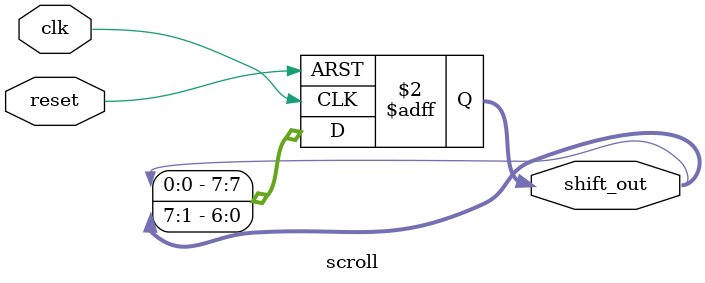
<source format=v>
module scroll (clk, reset, shift_out);
input 	clk, reset;
output	[7:0]shift_out;
reg		[7:0]shift_out;
always@ (posedge clk or posedge reset)
begin
if(reset)
shift_out= 8'b1100_0000;
else
shift_out= {shift_out[0], shift_out[7:1]};
end
endmodule
</source>
